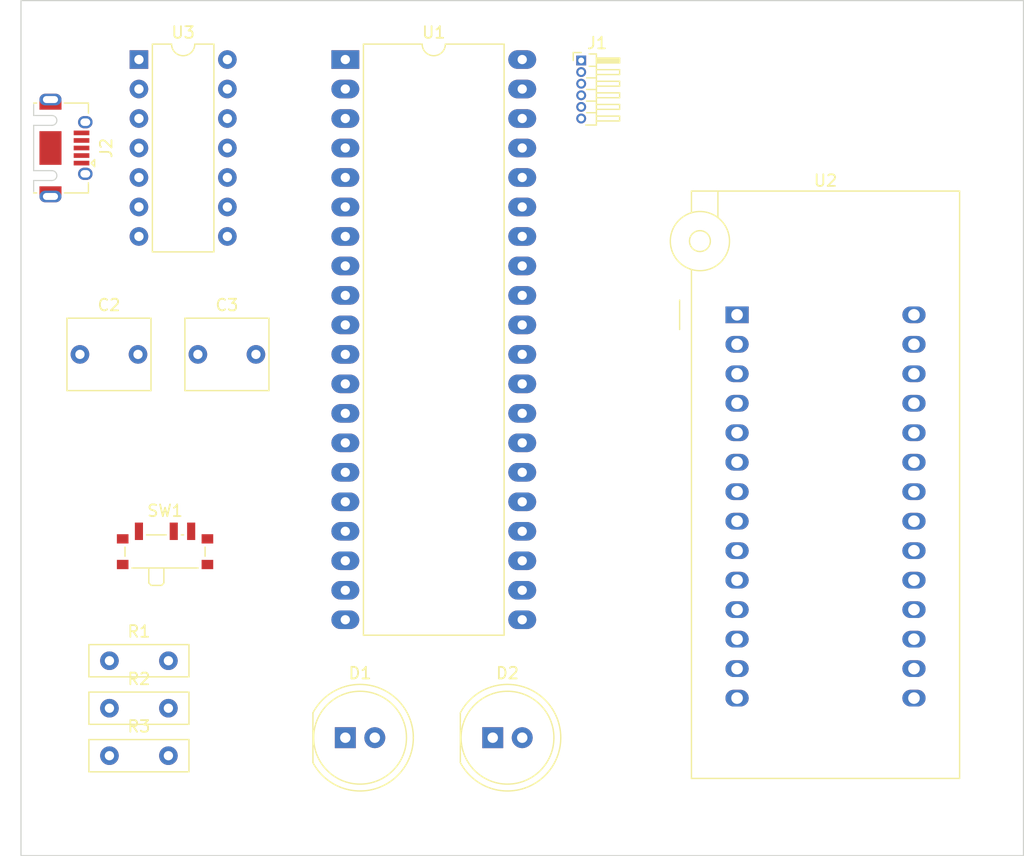
<source format=kicad_pcb>
(kicad_pcb (version 20221018) (generator pcbnew)
  (layers (0 "F.Cu" signal) (31 "B.Cu" signal) (34 "B.Paste" user) (35 "F.Paste" user) (36 "B.SilkS" user "B.Silkscreen") (37 "F.SilkS" user "F.Silkscreen") (38 "B.Mask" user) (39 "F.Mask" user) (44 "Edge.Cuts" user))
  (net 0 "")
  (net 1 "+5V")
  (net 2 "Net-(D2-A)")
  (net 5 "Net-(U1-RB5{slash}ANB5{slash}T1G{slash}SMTSIG2{slash}CCP3{slash}IOCB5)")
  (net 6 "Net-(U1-RB4{slash}ANB4{slash}ADCACT{slash}T5G{slash}SMTWIN2{slash}IOCB4)")
  (net 7 "Net-(D1-A)")
  (net 11 "Net-(J2-D-)")
  (net 12 "Net-(J2-D+)")
  (net 13 "GND")
  (net 14 "Net-(D1-K)")
  (net 15 "Net-(D2-K)")
  (net 16 "/MCLR")
  (net 17 "/ICSPDAT")
  (net 18 "/ICSPCLK")
  (net 19 "/LVP")
  (net 20 "/A0")
  (net 21 "/A1")
  (net 22 "/A2")
  (net 23 "/A3")
  (net 24 "/A4")
  (net 25 "/A5")
  (net 26 "Net-(U1-RE0{slash}ANE0)")
  (net 27 "Net-(U1-RE1{slash}ANE1)")
  (net 28 "Net-(U1-RE2{slash}ANE2)")
  (net 29 "/A7")
  (net 30 "/A6")
  (net 31 "/A8")
  (net 32 "/A9")
  (net 33 "/A10")
  (net 34 "/A11")
  (net 35 "Net-(U1-RD0{slash}AND0)")
  (net 36 "Net-(U1-RD1{slash}AND1)")
  (net 37 "Net-(U1-RD2{slash}AND2)")
  (net 38 "Net-(U1-RD3{slash}AND3)")
  (net 39 "/A12")
  (net 40 "/A13")
  (net 41 "/A14")
  (net 43 "Net-(U1-RD4{slash}AND4)")
  (net 44 "Net-(U1-RD5{slash}AND5)")
  (net 45 "Net-(U1-RD6{slash}AND6)")
  (net 46 "Net-(U1-RD7{slash}AND7)")
  (footprint "LED_THT:LED_D8.0mm" (layer "F.Cu") (at 40.64 76.2)
    (fp_text reference "D1" (at 1.27 -5.56) (layer "F.SilkS"))
    (fp_text value "LED")
    (fp_line (start -2.79 -2.142) (end -2.79 2.142) (stroke (width 0.12)) (layer "F.SilkS"))
    (fp_arc (start -2.79 -2.141145) (mid 2.373119 -4.455472) (end 5.86 0.000486) (stroke (width 0.12)) (layer "F.SilkS"))
    (fp_arc (start 5.86 -0.000486) (mid 2.373119 4.455472) (end -2.79 2.141145) (stroke (width 0.12)) (layer "F.SilkS"))
    (fp_circle (center 1.27 0) (end 5.27 0) (stroke (width 0.12)) (fill none) (layer "F.SilkS"))
    (pad "1" thru_hole rect (at 0 0) (size 1.8 1.8) (drill 0.9) (layers "*.Cu" "*.Mask") (net 14 "Net-(D1-K)"))
    (pad "2" thru_hole circle (at 2.54 0) (size 1.8 1.8) (drill 0.9) (layers "*.Cu" "*.Mask") (net 7 "Net-(D1-A)"))
  )
  (footprint "Resistor_THT:R_Box_L8.4mm_W2.5mm_P5.08mm" (layer "F.Cu") (at 20.32 73.66)
    (fp_text reference "R2" (at 2.54 -2.52) (layer "F.SilkS"))
    (fp_text value "330")
    (fp_line (start -1.77 -1.39) (end -1.77 1.39) (stroke (width 0.12)) (layer "F.SilkS"))
    (fp_line (start -1.77 -1.39) (end 6.85 -1.39) (stroke (width 0.12)) (layer "F.SilkS"))
    (fp_line (start -1.77 1.39) (end 6.85 1.39) (stroke (width 0.12)) (layer "F.SilkS"))
    (fp_line (start 6.85 -1.39) (end 6.85 1.39) (stroke (width 0.12)) (layer "F.SilkS"))
    (pad "1" thru_hole circle (at 0 0) (size 1.6 1.6) (drill 0.8) (layers "*.Cu" "*.Mask") (net 14 "Net-(D1-K)"))
    (pad "2" thru_hole circle (at 5.08 0) (size 1.6 1.6) (drill 0.8) (layers "*.Cu" "*.Mask") (net 13 "GND"))
  )
  (footprint "Capacitor_THT:C_Rect_L7.0mm_W6.0mm_P5.00mm" (layer "F.Cu") (at 27.94 43.18)
    (fp_text reference "C3" (at 2.5 -4.25) (layer "F.SilkS"))
    (fp_text value "4.7uF")
    (fp_line (start -1.12 -3.12) (end -1.12 3.12) (stroke (width 0.12)) (layer "F.SilkS"))
    (fp_line (start -1.12 -3.12) (end 6.12 -3.12) (stroke (width 0.12)) (layer "F.SilkS"))
    (fp_line (start -1.12 3.12) (end 6.12 3.12) (stroke (width 0.12)) (layer "F.SilkS"))
    (fp_line (start 6.12 -3.12) (end 6.12 3.12) (stroke (width 0.12)) (layer "F.SilkS"))
    (pad "1" thru_hole circle (at 0 0) (size 1.6 1.6) (drill 0.8) (layers "*.Cu" "*.Mask") (net 1 "+5V"))
    (pad "2" thru_hole circle (at 5 0) (size 1.6 1.6) (drill 0.8) (layers "*.Cu" "*.Mask") (net 13 "GND"))
  )
  (footprint "Package_DIP:DIP-40_W15.24mm_LongPads" (layer "F.Cu") (at 40.64 17.78)
    (fp_text reference "U1" (at 7.62 -2.33) (layer "F.SilkS"))
    (fp_text value "PIC16F18877-I_P")
    (fp_line (start 1.56 -1.33) (end 1.56 49.59) (stroke (width 0.12)) (layer "F.SilkS"))
    (fp_line (start 1.56 49.59) (end 13.68 49.59) (stroke (width 0.12)) (layer "F.SilkS"))
    (fp_line (start 6.62 -1.33) (end 1.56 -1.33) (stroke (width 0.12)) (layer "F.SilkS"))
    (fp_line (start 13.68 -1.33) (end 8.62 -1.33) (stroke (width 0.12)) (layer "F.SilkS"))
    (fp_line (start 13.68 49.59) (end 13.68 -1.33) (stroke (width 0.12)) (layer "F.SilkS"))
    (fp_arc (start 8.62 -1.33) (mid 7.62 -0.33) (end 6.62 -1.33) (stroke (width 0.12)) (layer "F.SilkS"))
    (pad "1" thru_hole rect (at 0 0) (size 2.4 1.6) (drill 0.8) (layers "*.Cu" "*.Mask") (net 16 "/MCLR"))
    (pad "2" thru_hole oval (at 0 2.54) (size 2.4 1.6) (drill 0.8) (layers "*.Cu" "*.Mask") (net 20 "/A0"))
    (pad "3" thru_hole oval (at 0 5.08) (size 2.4 1.6) (drill 0.8) (layers "*.Cu" "*.Mask") (net 21 "/A1"))
    (pad "4" thru_hole oval (at 0 7.62) (size 2.4 1.6) (drill 0.8) (layers "*.Cu" "*.Mask") (net 22 "/A2"))
    (pad "5" thru_hole oval (at 0 10.16) (size 2.4 1.6) (drill 0.8) (layers "*.Cu" "*.Mask") (net 23 "/A3"))
    (pad "6" thru_hole oval (at 0 12.7) (size 2.4 1.6) (drill 0.8) (layers "*.Cu" "*.Mask") (net 24 "/A4"))
    (pad "7" thru_hole oval (at 0 15.24) (size 2.4 1.6) (drill 0.8) (layers "*.Cu" "*.Mask") (net 25 "/A5"))
    (pad "8" thru_hole oval (at 0 17.78) (size 2.4 1.6) (drill 0.8) (layers "*.Cu" "*.Mask") (net 26 "Net-(U1-RE0{slash}ANE0)"))
    (pad "9" thru_hole oval (at 0 20.32) (size 2.4 1.6) (drill 0.8) (layers "*.Cu" "*.Mask") (net 27 "Net-(U1-RE1{slash}ANE1)"))
    (pad "10" thru_hole oval (at 0 22.86) (size 2.4 1.6) (drill 0.8) (layers "*.Cu" "*.Mask") (net 28 "Net-(U1-RE2{slash}ANE2)"))
    (pad "11" thru_hole oval (at 0 25.4) (size 2.4 1.6) (drill 0.8) (layers "*.Cu" "*.Mask") (net 1 "+5V"))
    (pad "12" thru_hole oval (at 0 27.94) (size 2.4 1.6) (drill 0.8) (layers "*.Cu" "*.Mask") (net 13 "GND"))
    (pad "13" thru_hole oval (at 0 30.48) (size 2.4 1.6) (drill 0.8) (layers "*.Cu" "*.Mask") (net 29 "/A7"))
    (pad "14" thru_hole oval (at 0 33.02) (size 2.4 1.6) (drill 0.8) (layers "*.Cu" "*.Mask") (net 30 "/A6"))
    (pad "15" thru_hole oval (at 0 35.56) (size 2.4 1.6) (drill 0.8) (layers "*.Cu" "*.Mask") (net 31 "/A8"))
    (pad "16" thru_hole oval (at 0 38.1) (size 2.4 1.6) (drill 0.8) (layers "*.Cu" "*.Mask") (net 32 "/A9"))
    (pad "17" thru_hole oval (at 0 40.64) (size 2.4 1.6) (drill 0.8) (layers "*.Cu" "*.Mask") (net 33 "/A10"))
    (pad "18" thru_hole oval (at 0 43.18) (size 2.4 1.6) (drill 0.8) (layers "*.Cu" "*.Mask") (net 34 "/A11"))
    (pad "19" thru_hole oval (at 0 45.72) (size 2.4 1.6) (drill 0.8) (layers "*.Cu" "*.Mask") (net 35 "Net-(U1-RD0{slash}AND0)"))
    (pad "20" thru_hole oval (at 0 48.26) (size 2.4 1.6) (drill 0.8) (layers "*.Cu" "*.Mask") (net 36 "Net-(U1-RD1{slash}AND1)"))
    (pad "21" thru_hole oval (at 15.24 48.26) (size 2.4 1.6) (drill 0.8) (layers "*.Cu" "*.Mask") (net 37 "Net-(U1-RD2{slash}AND2)"))
    (pad "22" thru_hole oval (at 15.24 45.72) (size 2.4 1.6) (drill 0.8) (layers "*.Cu" "*.Mask") (net 38 "Net-(U1-RD3{slash}AND3)"))
    (pad "23" thru_hole oval (at 15.24 43.18) (size 2.4 1.6) (drill 0.8) (layers "*.Cu" "*.Mask") (net 39 "/A12"))
    (pad "24" thru_hole oval (at 15.24 40.64) (size 2.4 1.6) (drill 0.8) (layers "*.Cu" "*.Mask") (net 40 "/A13"))
    (pad "25" thru_hole oval (at 15.24 38.1) (size 2.4 1.6) (drill 0.8) (layers "*.Cu" "*.Mask") (net 41 "/A14"))
    (pad "26" thru_hole oval (at 15.24 35.56) (size 2.4 1.6) (drill 0.8) (layers "*.Cu" "*.Mask"))
    (pad "27" thru_hole oval (at 15.24 33.02) (size 2.4 1.6) (drill 0.8) (layers "*.Cu" "*.Mask") (net 43 "Net-(U1-RD4{slash}AND4)"))
    (pad "28" thru_hole oval (at 15.24 30.48) (size 2.4 1.6) (drill 0.8) (layers "*.Cu" "*.Mask") (net 44 "Net-(U1-RD5{slash}AND5)"))
    (pad "29" thru_hole oval (at 15.24 27.94) (size 2.4 1.6) (drill 0.8) (layers "*.Cu" "*.Mask") (net 45 "Net-(U1-RD6{slash}AND6)"))
    (pad "30" thru_hole oval (at 15.24 25.4) (size 2.4 1.6) (drill 0.8) (layers "*.Cu" "*.Mask") (net 46 "Net-(U1-RD7{slash}AND7)"))
    (pad "31" thru_hole oval (at 15.24 22.86) (size 2.4 1.6) (drill 0.8) (layers "*.Cu" "*.Mask") (net 13 "GND"))
    (pad "32" thru_hole oval (at 15.24 20.32) (size 2.4 1.6) (drill 0.8) (layers "*.Cu" "*.Mask") (net 1 "+5V"))
    (pad "33" thru_hole oval (at 15.24 17.78) (size 2.4 1.6) (drill 0.8) (layers "*.Cu" "*.Mask"))
    (pad "34" thru_hole oval (at 15.24 15.24) (size 2.4 1.6) (drill 0.8) (layers "*.Cu" "*.Mask"))
    (pad "35" thru_hole oval (at 15.24 12.7) (size 2.4 1.6) (drill 0.8) (layers "*.Cu" "*.Mask"))
    (pad "36" thru_hole oval (at 15.24 10.16) (size 2.4 1.6) (drill 0.8) (layers "*.Cu" "*.Mask"))
    (pad "37" thru_hole oval (at 15.24 7.62) (size 2.4 1.6) (drill 0.8) (layers "*.Cu" "*.Mask") (net 6 "Net-(U1-RB4{slash}ANB4{slash}ADCACT{slash}T5G{slash}SMTWIN2{slash}IOCB4)"))
    (pad "38" thru_hole oval (at 15.24 5.08) (size 2.4 1.6) (drill 0.8) (layers "*.Cu" "*.Mask") (net 5 "Net-(U1-RB5{slash}ANB5{slash}T1G{slash}SMTSIG2{slash}CCP3{slash}IOCB5)"))
    (pad "39" thru_hole oval (at 15.24 2.54) (size 2.4 1.6) (drill 0.8) (layers "*.Cu" "*.Mask") (net 18 "/ICSPCLK"))
    (pad "40" thru_hole oval (at 15.24 0) (size 2.4 1.6) (drill 0.8) (layers "*.Cu" "*.Mask") (net 17 "/ICSPDAT"))
  )
  (footprint "Connector_PinHeader_1.00mm:PinHeader_1x06_P1.00mm_Horizontal" (layer "F.Cu") (at 60.96 17.86)
    (fp_text reference "J1" (at 1.375 -1.5) (layer "F.SilkS"))
    (fp_text value "ICSP")
    (fp_line (start -0.685 -0.685) (end 0 -0.685) (stroke (width 0.12)) (layer "F.SilkS"))
    (fp_line (start -0.685 0) (end -0.685 -0.685) (stroke (width 0.12)) (layer "F.SilkS"))
    (fp_line (start 0.468215 1.5) (end 1.31 1.5) (stroke (width 0.12)) (layer "F.SilkS"))
    (fp_line (start 0.468215 2.5) (end 1.31 2.5) (stroke (width 0.12)) (layer "F.SilkS"))
    (fp_line (start 0.468215 3.5) (end 1.31 3.5) (stroke (width 0.12)) (layer "F.SilkS"))
    (fp_line (start 0.468215 4.5) (end 1.31 4.5) (stroke (width 0.12)) (layer "F.SilkS"))
    (fp_line (start 0.685 -0.56) (end 1.31 -0.56) (stroke (width 0.12)) (layer "F.SilkS"))
    (fp_line (start 0.685 0.5) (end 1.31 0.5) (stroke (width 0.12)) (layer "F.SilkS"))
    (fp_line (start 1.31 -0.56) (end 1.31 5.56) (stroke (width 0.12)) (layer "F.SilkS"))
    (fp_line (start 1.31 -0.21) (end 3.31 -0.21) (stroke (width 0.12)) (layer "F.SilkS"))
    (fp_line (start 1.31 -0.15) (end 3.31 -0.15) (stroke (width 0.12)) (layer "F.SilkS"))
    (fp_line (start 1.31 -0.03) (end 3.31 -0.03) (stroke (width 0.12)) (layer "F.SilkS"))
    (fp_line (start 1.31 0.09) (end 3.31 0.09) (stroke (width 0.12)) (layer "F.SilkS"))
    (fp_line (start 1.31 0.79) (end 3.31 0.79) (stroke (width 0.12)) (layer "F.SilkS"))
    (fp_line (start 1.31 1.79) (end 3.31 1.79) (stroke (width 0.12)) (layer "F.SilkS"))
    (fp_line (start 1.31 2.79) (end 3.31 2.79) (stroke (width 0.12)) (layer "F.SilkS"))
    (fp_line (start 1.31 3.79) (end 3.31 3.79) (stroke (width 0.12)) (layer "F.SilkS"))
    (fp_line (start 1.31 4.79) (end 3.31 4.79) (stroke (width 0.12)) (layer "F.SilkS"))
    (fp_line (start 1.31 5.56) (end 0.394493 5.56) (stroke (width 0.12)) (layer "F.SilkS"))
    (fp_line (start 3.31 -0.21) (end 3.31 0.21) (stroke (width 0.12)) (layer "F.SilkS"))
    (fp_line (start 3.31 0.21) (end 1.31 0.21) (stroke (width 0.12)) (layer "F.SilkS"))
    (fp_line (start 3.31 0.79) (end 3.31 1.21) (stroke (width 0.12)) (layer "F.SilkS"))
    (fp_line (start 3.31 1.21) (end 1.31 1.21) (stroke (width 0.12)) (layer "F.SilkS"))
    (fp_line (start 3.31 1.79) (end 3.31 2.21) (stroke (width 0.12)) (layer "F.SilkS"))
    (fp_line (start 3.31 2.21) (end 1.31 2.21) (stroke (width 0.12)) (layer "F.SilkS"))
    (fp_line (start 3.31 2.79) (end 3.31 3.21) (stroke (width 0.12)) (layer "F.SilkS"))
    (fp_line (start 3.31 3.21) (end 1.31 3.21) (stroke (width 0.12)) (layer "F.SilkS"))
    (fp_line (start 3.31 3.79) (end 3.31 4.21) (stroke (width 0.12)) (layer "F.SilkS"))
    (fp_line (start 3.31 4.21) (end 1.31 4.21) (stroke (width 0.12)) (layer "F.SilkS"))
    (fp_line (start 3.31 4.79) (end 3.31 5.21) (stroke (width 0.12)) (layer "F.SilkS"))
    (fp_line (start 3.31 5.21) (end 1.31 5.21) (stroke (width 0.12)) (layer "F.SilkS"))
    (pad "1" thru_hole rect (at 0 0) (size 0.85 0.85) (drill 0.5) (layers "*.Cu" "*.Mask") (net 16 "/MCLR"))
    (pad "2" thru_hole oval (at 0 1) (size 0.85 0.85) (drill 0.5) (layers "*.Cu" "*.Mask") (net 1 "+5V"))
    (pad "3" thru_hole oval (at 0 2) (size 0.85 0.85) (drill 0.5) (layers "*.Cu" "*.Mask") (net 13 "GND"))
    (pad "4" thru_hole oval (at 0 3) (size 0.85 0.85) (drill 0.5) (layers "*.Cu" "*.Mask") (net 17 "/ICSPDAT"))
    (pad "5" thru_hole oval (at 0 4) (size 0.85 0.85) (drill 0.5) (layers "*.Cu" "*.Mask") (net 18 "/ICSPCLK"))
    (pad "6" thru_hole oval (at 0 5) (size 0.85 0.85) (drill 0.5) (layers "*.Cu" "*.Mask") (net 19 "/LVP"))
  )
  (footprint "LED_THT:LED_D8.0mm" (layer "F.Cu") (at 53.34 76.2)
    (fp_text reference "D2" (at 1.27 -5.56) (layer "F.SilkS"))
    (fp_text value "LED")
    (fp_line (start -2.79 -2.142) (end -2.79 2.142) (stroke (width 0.12)) (layer "F.SilkS"))
    (fp_arc (start -2.79 -2.141145) (mid 2.373119 -4.455472) (end 5.86 0.000486) (stroke (width 0.12)) (layer "F.SilkS"))
    (fp_arc (start 5.86 -0.000486) (mid 2.373119 4.455472) (end -2.79 2.141145) (stroke (width 0.12)) (layer "F.SilkS"))
    (fp_circle (center 1.27 0) (end 5.27 0) (stroke (width 0.12)) (fill none) (layer "F.SilkS"))
    (pad "1" thru_hole rect (at 0 0) (size 1.8 1.8) (drill 0.9) (layers "*.Cu" "*.Mask") (net 15 "Net-(D2-K)"))
    (pad "2" thru_hole circle (at 2.54 0) (size 1.8 1.8) (drill 0.9) (layers "*.Cu" "*.Mask") (net 2 "Net-(D2-A)"))
  )
  (footprint "Capacitor_THT:C_Rect_L7.0mm_W6.0mm_P5.00mm" (layer "F.Cu") (at 17.78 43.18)
    (fp_text reference "C2" (at 2.5 -4.25) (layer "F.SilkS"))
    (fp_text value "100nF")
    (fp_line (start -1.12 -3.12) (end -1.12 3.12) (stroke (width 0.12)) (layer "F.SilkS"))
    (fp_line (start -1.12 -3.12) (end 6.12 -3.12) (stroke (width 0.12)) (layer "F.SilkS"))
    (fp_line (start -1.12 3.12) (end 6.12 3.12) (stroke (width 0.12)) (layer "F.SilkS"))
    (fp_line (start 6.12 -3.12) (end 6.12 3.12) (stroke (width 0.12)) (layer "F.SilkS"))
    (pad "1" thru_hole circle (at 0 0) (size 1.6 1.6) (drill 0.8) (layers "*.Cu" "*.Mask") (net 1 "+5V"))
    (pad "2" thru_hole circle (at 5 0) (size 1.6 1.6) (drill 0.8) (layers "*.Cu" "*.Mask") (net 13 "GND"))
  )
  (footprint "Resistor_THT:R_Box_L8.4mm_W2.5mm_P5.08mm" (layer "F.Cu") (at 20.32 77.75)
    (fp_text reference "R3" (at 2.54 -2.52) (layer "F.SilkS"))
    (fp_text value "330")
    (fp_line (start -1.77 -1.39) (end -1.77 1.39) (stroke (width 0.12)) (layer "F.SilkS"))
    (fp_line (start -1.77 -1.39) (end 6.85 -1.39) (stroke (width 0.12)) (layer "F.SilkS"))
    (fp_line (start -1.77 1.39) (end 6.85 1.39) (stroke (width 0.12)) (layer "F.SilkS"))
    (fp_line (start 6.85 -1.39) (end 6.85 1.39) (stroke (width 0.12)) (layer "F.SilkS"))
    (pad "1" thru_hole circle (at 0 0) (size 1.6 1.6) (drill 0.8) (layers "*.Cu" "*.Mask") (net 15 "Net-(D2-K)"))
    (pad "2" thru_hole circle (at 5.08 0) (size 1.6 1.6) (drill 0.8) (layers "*.Cu" "*.Mask") (net 13 "GND"))
  )
  (footprint "Connector_USB:USB_Micro-AB_Molex_47590-0001" (layer "F.Cu") (at 15.24 25.4 -90)
    (fp_text reference "J2" (at 0 -4.8 -270) (layer "F.SilkS"))
    (fp_text value "USB_B_Micro")
    (fp_line (start -3.87 -3.27) (end -3.87 -1.2) (stroke (width 0.12)) (layer "F.SilkS"))
    (fp_line (start -3.87 -3.27) (end -3 -3.27) (stroke (width 0.12)) (layer "F.SilkS"))
    (fp_line (start -3.87 1.2) (end -3.87 1.45) (stroke (width 0.12)) (layer "F.SilkS"))
    (fp_line (start 1 -3.8) (end 1.6 -3.8) (stroke (width 0.12)) (layer "F.SilkS"))
    (fp_line (start 1.3 -3.5) (end 1 -3.8) (stroke (width 0.12)) (layer "F.SilkS"))
    (fp_line (start 1.3 -3.5) (end 1.6 -3.8) (stroke (width 0.12)) (layer "F.SilkS"))
    (fp_line (start 3 -3.27) (end 3.87 -3.27) (stroke (width 0.12)) (layer "F.SilkS"))
    (fp_line (start 3.87 -3.27) (end 3.87 -1.2) (stroke (width 0.12)) (layer "F.SilkS"))
    (fp_line (start 3.87 1.2) (end 3.87 1.45) (stroke (width 0.12)) (layer "F.SilkS"))
    (fp_line (start -3.75 1.45) (end -2.8 1.45) (stroke (width 0.1)) (layer "Edge.Cuts"))
    (fp_line (start -2.8 -0.125) (end -2.8 1.45) (stroke (width 0.1)) (layer "Edge.Cuts"))
    (fp_line (start -1.95 -0.125) (end -1.95 1.45) (stroke (width 0.1)) (layer "Edge.Cuts"))
    (fp_line (start -1.95 1.45) (end 1.95 1.45) (stroke (width 0.1)) (layer "Edge.Cuts"))
    (fp_line (start 1.95 -0.125) (end 1.95 1.45) (stroke (width 0.1)) (layer "Edge.Cuts"))
    (fp_line (start 2.8 -0.125) (end 2.8 1.45) (stroke (width 0.1)) (layer "Edge.Cuts"))
    (fp_line (start 2.8 1.45) (end 3.75 1.45) (stroke (width 0.1)) (layer "Edge.Cuts"))
    (fp_arc (start -2.8 -0.125) (mid -2.375 -0.55) (end -1.95 -0.125) (stroke (width 0.1)) (layer "Edge.Cuts"))
    (fp_arc (start 1.95 -0.125) (mid 2.375 -0.55) (end 2.8 -0.125) (stroke (width 0.1)) (layer "Edge.Cuts"))
    (pad "1" smd rect (at 1.3 -2.675 270) (size 0.4 1.35) (layers "F.Cu" "F.Paste" "F.Mask") (net 1 "+5V"))
    (pad "2" smd rect (at 0.65 -2.675 270) (size 0.4 1.35) (layers "F.Cu" "F.Paste" "F.Mask") (net 11 "Net-(J2-D-)"))
    (pad "3" smd rect (at 0 -2.675 270) (size 0.4 1.35) (layers "F.Cu" "F.Paste" "F.Mask") (net 12 "Net-(J2-D+)"))
    (pad "4" smd rect (at -0.65 -2.675 270) (size 0.4 1.35) (layers "F.Cu" "F.Paste" "F.Mask") (net 13 "GND"))
    (pad "5" smd rect (at -1.3 -2.675 270) (size 0.4 1.35) (layers "F.Cu" "F.Paste" "F.Mask") (net 13 "GND"))
    (pad "6" thru_hole oval (at -4.175 0 270) (size 1 1.9) (drill oval 0.6 1.3) (layers "*.Cu" "*.Mask") (net 13 "GND"))
    (pad "6" smd rect (at -3.7375 0 270) (size 0.875 1.9) (layers "F.Cu" "F.Mask") (net 13 "GND"))
    (pad "6" thru_hole oval (at -2.225 -3 270) (size 1.05 1.25) (drill oval 0.65 0.85) (layers "*.Cu" "*.Mask") (net 13 "GND"))
    (pad "6" smd rect (at 0 0 270) (size 2.9 1.9) (layers "F.Cu" "F.Paste" "F.Mask") (net 13 "GND"))
    (pad "6" thru_hole oval (at 2.225 -3 270) (size 1.05 1.25) (drill oval 0.65 0.85) (layers "*.Cu" "*.Mask") (net 13 "GND"))
    (pad "6" smd rect (at 3.7375 0 270) (size 0.875 1.9) (layers "F.Cu" "F.Mask") (net 13 "GND"))
    (pad "6" thru_hole oval (at 4.175 0 270) (size 1 1.9) (drill oval 0.6 1.3) (layers "*.Cu" "*.Mask") (net 13 "GND"))
  )
  (footprint "Package_DIP:DIP-14_W7.62mm" (layer "F.Cu") (at 22.86 17.78)
    (fp_text reference "U3" (at 3.81 -2.33) (layer "F.SilkS"))
    (fp_text value "MCP2221AxP")
    (fp_line (start 1.16 -1.33) (end 1.16 16.57) (stroke (width 0.12)) (layer "F.SilkS"))
    (fp_line (start 1.16 16.57) (end 6.46 16.57) (stroke (width 0.12)) (layer "F.SilkS"))
    (fp_line (start 2.81 -1.33) (end 1.16 -1.33) (stroke (width 0.12)) (layer "F.SilkS"))
    (fp_line (start 6.46 -1.33) (end 4.81 -1.33) (stroke (width 0.12)) (layer "F.SilkS"))
    (fp_line (start 6.46 16.57) (end 6.46 -1.33) (stroke (width 0.12)) (layer "F.SilkS"))
    (fp_arc (start 4.81 -1.33) (mid 3.81 -0.33) (end 2.81 -1.33) (stroke (width 0.12)) (layer "F.SilkS"))
    (pad "1" thru_hole rect (at 0 0) (size 1.6 1.6) (drill 0.8) (layers "*.Cu" "*.Mask") (net 1 "+5V"))
    (pad "2" thru_hole oval (at 0 2.54) (size 1.6 1.6) (drill 0.8) (layers "*.Cu" "*.Mask") (net 2 "Net-(D2-A)"))
    (pad "3" thru_hole oval (at 0 5.08) (size 1.6 1.6) (drill 0.8) (layers "*.Cu" "*.Mask"))
    (pad "4" thru_hole oval (at 0 7.62) (size 1.6 1.6) (drill 0.8) (layers "*.Cu" "*.Mask"))
    (pad "5" thru_hole oval (at 0 10.16) (size 1.6 1.6) (drill 0.8) (layers "*.Cu" "*.Mask") (net 5 "Net-(U1-RB5{slash}ANB5{slash}T1G{slash}SMTSIG2{slash}CCP3{slash}IOCB5)"))
    (pad "6" thru_hole oval (at 0 12.7) (size 1.6 1.6) (drill 0.8) (layers "*.Cu" "*.Mask") (net 6 "Net-(U1-RB4{slash}ANB4{slash}ADCACT{slash}T5G{slash}SMTWIN2{slash}IOCB4)"))
    (pad "7" thru_hole oval (at 0 15.24) (size 1.6 1.6) (drill 0.8) (layers "*.Cu" "*.Mask") (net 7 "Net-(D1-A)"))
    (pad "8" thru_hole oval (at 7.62 15.24) (size 1.6 1.6) (drill 0.8) (layers "*.Cu" "*.Mask"))
    (pad "9" thru_hole oval (at 7.62 12.7) (size 1.6 1.6) (drill 0.8) (layers "*.Cu" "*.Mask"))
    (pad "10" thru_hole oval (at 7.62 10.16) (size 1.6 1.6) (drill 0.8) (layers "*.Cu" "*.Mask"))
    (pad "11" thru_hole oval (at 7.62 7.62) (size 1.6 1.6) (drill 0.8) (layers "*.Cu" "*.Mask") (net 1 "+5V"))
    (pad "12" thru_hole oval (at 7.62 5.08) (size 1.6 1.6) (drill 0.8) (layers "*.Cu" "*.Mask") (net 11 "Net-(J2-D-)"))
    (pad "13" thru_hole oval (at 7.62 2.54) (size 1.6 1.6) (drill 0.8) (layers "*.Cu" "*.Mask") (net 12 "Net-(J2-D+)"))
    (pad "14" thru_hole oval (at 7.62 0) (size 1.6 1.6) (drill 0.8) (layers "*.Cu" "*.Mask") (net 13 "GND"))
  )
  (footprint "Button_Switch_SMD:SW_SPDT_PCM12" (layer "F.Cu") (at 25.11 59.85)
    (fp_text reference "SW1" (at 0 -3.2) (layer "F.SilkS"))
    (fp_text value "RESET")
    (fp_line (start -3.45 -0.07) (end -3.45 0.72) (stroke (width 0.12)) (layer "F.SilkS"))
    (fp_line (start -2.85 1.73) (end 2.85 1.73) (stroke (width 0.12)) (layer "F.SilkS"))
    (fp_line (start -1.6 -1.12) (end 0.1 -1.12) (stroke (width 0.12)) (layer "F.SilkS"))
    (fp_line (start -1.4 1.73) (end -1.4 3.02) (stroke (width 0.12)) (layer "F.SilkS"))
    (fp_line (start -1.4 3.02) (end -1.2 3.23) (stroke (width 0.12)) (layer "F.SilkS"))
    (fp_line (start -1.2 3.23) (end -0.3 3.23) (stroke (width 0.12)) (layer "F.SilkS"))
    (fp_line (start -0.1 3.02) (end -0.3 3.23) (stroke (width 0.12)) (layer "F.SilkS"))
    (fp_line (start -0.1 3.02) (end -0.1 1.73) (stroke (width 0.12)) (layer "F.SilkS"))
    (fp_line (start 1.4 -1.12) (end 1.6 -1.12) (stroke (width 0.12)) (layer "F.SilkS"))
    (fp_line (start 3.45 0.72) (end 3.45 -0.07) (stroke (width 0.12)) (layer "F.SilkS"))
    (pad "" smd rect (at -3.65 -0.78) (size 1 0.8) (layers "F.Cu" "F.Paste" "F.Mask"))
    (pad "" smd rect (at -3.65 1.43) (size 1 0.8) (layers "F.Cu" "F.Paste" "F.Mask"))
    (pad "" np_thru_hole circle (at -1.5 0.33) (size 0.9 0.9) (drill 0.9) (layers "*.Cu" "*.Mask"))
    (pad "" np_thru_hole circle (at 1.5 0.33) (size 0.9 0.9) (drill 0.9) (layers "*.Cu" "*.Mask"))
    (pad "" smd rect (at 3.65 -0.78) (size 1 0.8) (layers "F.Cu" "F.Paste" "F.Mask"))
    (pad "" smd rect (at 3.65 1.43) (size 1 0.8) (layers "F.Cu" "F.Paste" "F.Mask"))
    (pad "1" smd rect (at -2.25 -1.43) (size 0.7 1.5) (layers "F.Cu" "F.Paste" "F.Mask") (net 16 "/MCLR"))
    (pad "2" smd rect (at 0.75 -1.43) (size 0.7 1.5) (layers "F.Cu" "F.Paste" "F.Mask") (net 13 "GND"))
    (pad "3" smd rect (at 2.25 -1.43) (size 0.7 1.5) (layers "F.Cu" "F.Paste" "F.Mask"))
  )
  (footprint "Resistor_THT:R_Box_L8.4mm_W2.5mm_P5.08mm" (layer "F.Cu") (at 20.32 69.57)
    (fp_text reference "R1" (at 2.54 -2.52) (layer "F.SilkS"))
    (fp_text value "10K")
    (fp_line (start -1.77 -1.39) (end -1.77 1.39) (stroke (width 0.12)) (layer "F.SilkS"))
    (fp_line (start -1.77 -1.39) (end 6.85 -1.39) (stroke (width 0.12)) (layer "F.SilkS"))
    (fp_line (start -1.77 1.39) (end 6.85 1.39) (stroke (width 0.12)) (layer "F.SilkS"))
    (fp_line (start 6.85 -1.39) (end 6.85 1.39) (stroke (width 0.12)) (layer "F.SilkS"))
    (pad "1" thru_hole circle (at 0 0) (size 1.6 1.6) (drill 0.8) (layers "*.Cu" "*.Mask") (net 1 "+5V"))
    (pad "2" thru_hole circle (at 5.08 0) (size 1.6 1.6) (drill 0.8) (layers "*.Cu" "*.Mask") (net 16 "/MCLR"))
  )
  (footprint "Socket:DIP_Socket-28_W11.9_W12.7_W15.24_W17.78_W18.5_3M_228-1277-00-0602J" (layer "F.Cu") (at 74.3875 39.77)
    (fp_text reference "U2" (at 7.62 -11.56) (layer "F.SilkS"))
    (fp_text value "AT28C256")
    (fp_line (start -4.95 1.27) (end -4.95 -1.27) (stroke (width 0.12)) (layer "F.SilkS"))
    (fp_line (start -3.93 -10.66) (end -3.93 -8.8) (stroke (width 0.12)) (layer "F.SilkS"))
    (fp_line (start -3.93 -3.9) (end -3.93 39.94) (stroke (width 0.12)) (layer "F.SilkS"))
    (fp_line (start -3.93 39.94) (end 19.17 39.94) (stroke (width 0.12)) (layer "F.SilkS"))
    (fp_line (start -1.65 -10.66) (end -1.65 -8.4) (stroke (width 0.12)) (layer "F.SilkS"))
    (fp_line (start 19.17 -10.66) (end -3.93 -10.66) (stroke (width 0.12)) (layer "F.SilkS"))
    (fp_line (start 19.17 39.94) (end 19.17 -10.66) (stroke (width 0.12)) (layer "F.SilkS"))
    (fp_circle (center -3.2 -6.35) (end -2.3 -6.35) (stroke (width 0.12)) (fill none) (layer "F.SilkS"))
    (fp_circle (center -3.2 -6.35) (end -0.65 -6.35) (stroke (width 0.12)) (fill none) (layer "F.SilkS"))
    (pad "1" thru_hole rect (at 0 0) (size 2 1.44) (drill 1) (layers "*.Cu" "*.Mask"))
    (pad "2" thru_hole oval (at 0 2.54) (size 2 1.44) (drill 1) (layers "*.Cu" "*.Mask"))
    (pad "3" thru_hole oval (at 0 5.08) (size 2 1.44) (drill 1) (layers "*.Cu" "*.Mask"))
    (pad "4" thru_hole oval (at 0 7.62) (size 2 1.44) (drill 1) (layers "*.Cu" "*.Mask"))
    (pad "5" thru_hole oval (at 0 10.16) (size 2 1.44) (drill 1) (layers "*.Cu" "*.Mask"))
    (pad "6" thru_hole oval (at 0 12.7) (size 2 1.44) (drill 1) (layers "*.Cu" "*.Mask"))
    (pad "7" thru_hole oval (at 0 15.24) (size 2 1.44) (drill 1) (layers "*.Cu" "*.Mask"))
    (pad "8" thru_hole oval (at 0 17.78) (size 2 1.44) (drill 1) (layers "*.Cu" "*.Mask"))
    (pad "9" thru_hole oval (at 0 20.32) (size 2 1.44) (drill 1) (layers "*.Cu" "*.Mask"))
    (pad "10" thru_hole oval (at 0 22.86) (size 2 1.44) (drill 1) (layers "*.Cu" "*.Mask"))
    (pad "11" thru_hole oval (at 0 25.4) (size 2 1.44) (drill 1) (layers "*.Cu" "*.Mask") (net 35 "Net-(U1-RD0{slash}AND0)"))
    (pad "12" thru_hole oval (at 0 27.94) (size 2 1.44) (drill 1) (layers "*.Cu" "*.Mask") (net 36 "Net-(U1-RD1{slash}AND1)"))
    (pad "13" thru_hole oval (at 0 30.48) (size 2 1.44) (drill 1) (layers "*.Cu" "*.Mask") (net 37 "Net-(U1-RD2{slash}AND2)"))
    (pad "14" thru_hole oval (at 0 33.02) (size 2 1.44) (drill 1) (layers "*.Cu" "*.Mask") (net 13 "GND"))
    (pad "15" thru_hole oval (at 15.24 33.02) (size 2 1.44) (drill 1) (layers "*.Cu" "*.Mask") (net 38 "Net-(U1-RD3{slash}AND3)"))
    (pad "16" thru_hole oval (at 15.24 30.48) (size 2 1.44) (drill 1) (layers "*.Cu" "*.Mask") (net 43 "Net-(U1-RD4{slash}AND4)"))
    (pad "17" thru_hole oval (at 15.24 27.94) (size 2 1.44) (drill 1) (layers "*.Cu" "*.Mask") (net 44 "Net-(U1-RD5{slash}AND5)"))
    (pad "18" thru_hole oval (at 15.24 25.4) (size 2 1.44) (drill 1) (layers "*.Cu" "*.Mask") (net 45 "Net-(U1-RD6{slash}AND6)"))
    (pad "19" thru_hole oval (at 15.24 22.86) (size 2 1.44) (drill 1) (layers "*.Cu" "*.Mask") (net 46 "Net-(U1-RD7{slash}AND7)"))
    (pad "20" thru_hole oval (at 15.24 20.32) (size 2 1.44) (drill 1) (layers "*.Cu" "*.Mask") (net 27 "Net-(U1-RE1{slash}ANE1)"))
    (pad "21" thru_hole oval (at 15.24 17.78) (size 2 1.44) (drill 1) (layers "*.Cu" "*.Mask"))
    (pad "22" thru_hole oval (at 15.24 15.24) (size 2 1.44) (drill 1) (layers "*.Cu" "*.Mask") (net 28 "Net-(U1-RE2{slash}ANE2)"))
    (pad "23" thru_hole oval (at 15.24 12.7) (size 2 1.44) (drill 1) (layers "*.Cu" "*.Mask"))
    (pad "24" thru_hole oval (at 15.24 10.16) (size 2 1.44) (drill 1) (layers "*.Cu" "*.Mask"))
    (pad "25" thru_hole oval (at 15.24 7.62) (size 2 1.44) (drill 1) (layers "*.Cu" "*.Mask"))
    (pad "26" thru_hole oval (at 15.24 5.08) (size 2 1.44) (drill 1) (layers "*.Cu" "*.Mask"))
    (pad "27" thru_hole oval (at 15.24 2.54) (size 2 1.44) (drill 1) (layers "*.Cu" "*.Mask") (net 26 "Net-(U1-RE0{slash}ANE0)"))
    (pad "28" thru_hole oval (at 15.24 0) (size 2 1.44) (drill 1) (layers "*.Cu" "*.Mask") (net 1 "+5V"))
  )
  (gr_poly (pts (xy 12.7 12.7) (xy 99.06 12.7) (xy 99.06 86.36) (xy 12.7 86.36)) (stroke (width 0.1)) (fill none) (layer "Edge.Cuts"))
)
</source>
